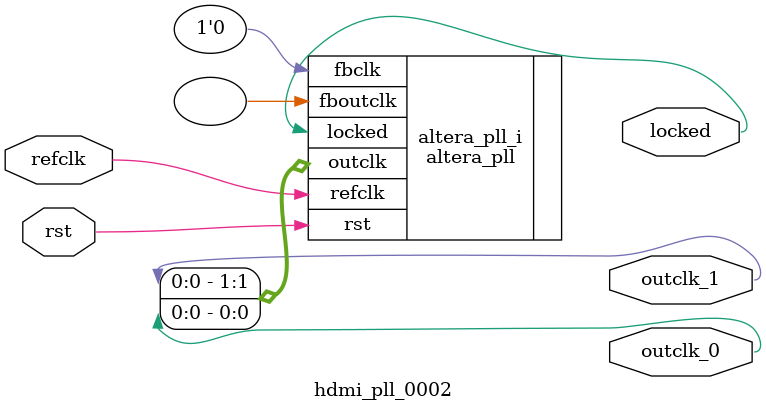
<source format=v>
`timescale 1ns/10ps
module  hdmi_pll_0002(

	// interface 'refclk'
	input wire refclk,

	// interface 'reset'
	input wire rst,

	// interface 'outclk0'
	output wire outclk_0,

	// interface 'outclk1'
	output wire outclk_1,

	// interface 'locked'
	output wire locked
);

	altera_pll #(
		.fractional_vco_multiplier("false"),
		.reference_clock_frequency("50.0 MHz"),
		.operation_mode("direct"),
		.number_of_clocks(2),
		.output_clock_frequency0("40.000000 MHz"),
		.phase_shift0("0 ps"),
		.duty_cycle0(50),
		.output_clock_frequency1("65.000000 MHz"),
		.phase_shift1("0 ps"),
		.duty_cycle1(50),
		.output_clock_frequency2("0 MHz"),
		.phase_shift2("0 ps"),
		.duty_cycle2(50),
		.output_clock_frequency3("0 MHz"),
		.phase_shift3("0 ps"),
		.duty_cycle3(50),
		.output_clock_frequency4("0 MHz"),
		.phase_shift4("0 ps"),
		.duty_cycle4(50),
		.output_clock_frequency5("0 MHz"),
		.phase_shift5("0 ps"),
		.duty_cycle5(50),
		.output_clock_frequency6("0 MHz"),
		.phase_shift6("0 ps"),
		.duty_cycle6(50),
		.output_clock_frequency7("0 MHz"),
		.phase_shift7("0 ps"),
		.duty_cycle7(50),
		.output_clock_frequency8("0 MHz"),
		.phase_shift8("0 ps"),
		.duty_cycle8(50),
		.output_clock_frequency9("0 MHz"),
		.phase_shift9("0 ps"),
		.duty_cycle9(50),
		.output_clock_frequency10("0 MHz"),
		.phase_shift10("0 ps"),
		.duty_cycle10(50),
		.output_clock_frequency11("0 MHz"),
		.phase_shift11("0 ps"),
		.duty_cycle11(50),
		.output_clock_frequency12("0 MHz"),
		.phase_shift12("0 ps"),
		.duty_cycle12(50),
		.output_clock_frequency13("0 MHz"),
		.phase_shift13("0 ps"),
		.duty_cycle13(50),
		.output_clock_frequency14("0 MHz"),
		.phase_shift14("0 ps"),
		.duty_cycle14(50),
		.output_clock_frequency15("0 MHz"),
		.phase_shift15("0 ps"),
		.duty_cycle15(50),
		.output_clock_frequency16("0 MHz"),
		.phase_shift16("0 ps"),
		.duty_cycle16(50),
		.output_clock_frequency17("0 MHz"),
		.phase_shift17("0 ps"),
		.duty_cycle17(50),
		.pll_type("General"),
		.pll_subtype("General")
	) altera_pll_i (
		.rst	(rst),
		.outclk	({outclk_1, outclk_0}),
		.locked	(locked),
		.fboutclk	( ),
		.fbclk	(1'b0),
		.refclk	(refclk)
	);
endmodule


</source>
